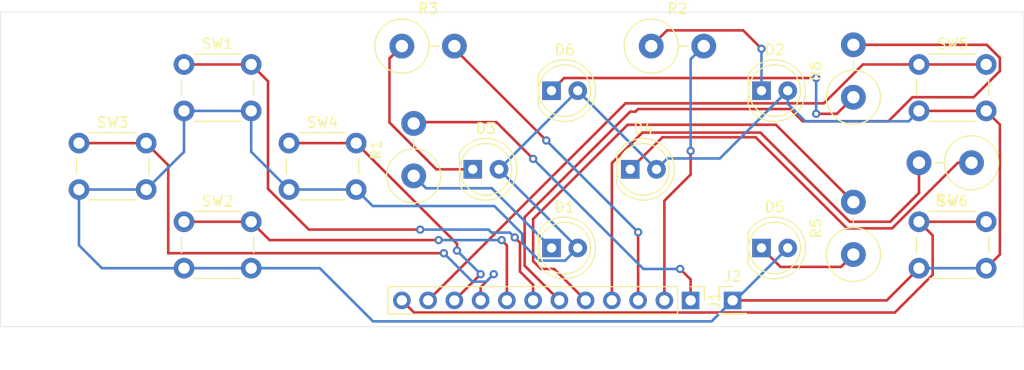
<source format=kicad_pcb>
(kicad_pcb (version 20171130) (host pcbnew "(5.1.6)-1")

  (general
    (thickness 1.6)
    (drawings 4)
    (tracks 190)
    (zones 0)
    (modules 20)
    (nets 20)
  )

  (page A4)
  (layers
    (0 F.Cu signal)
    (31 B.Cu signal)
    (32 B.Adhes user)
    (33 F.Adhes user)
    (34 B.Paste user)
    (35 F.Paste user)
    (36 B.SilkS user)
    (37 F.SilkS user)
    (38 B.Mask user)
    (39 F.Mask user)
    (40 Dwgs.User user)
    (41 Cmts.User user)
    (42 Eco1.User user)
    (43 Eco2.User user)
    (44 Edge.Cuts user)
    (45 Margin user)
    (46 B.CrtYd user)
    (47 F.CrtYd user)
    (48 B.Fab user)
    (49 F.Fab user)
  )

  (setup
    (last_trace_width 0.25)
    (trace_clearance 0.2)
    (zone_clearance 0.508)
    (zone_45_only no)
    (trace_min 0.2)
    (via_size 0.8)
    (via_drill 0.4)
    (via_min_size 0.4)
    (via_min_drill 0.3)
    (uvia_size 0.3)
    (uvia_drill 0.1)
    (uvias_allowed no)
    (uvia_min_size 0.2)
    (uvia_min_drill 0.1)
    (edge_width 0.05)
    (segment_width 0.2)
    (pcb_text_width 0.3)
    (pcb_text_size 1.5 1.5)
    (mod_edge_width 0.12)
    (mod_text_size 1 1)
    (mod_text_width 0.15)
    (pad_size 1.524 1.524)
    (pad_drill 0.762)
    (pad_to_mask_clearance 0.05)
    (aux_axis_origin 0 0)
    (visible_elements FFFFFF7F)
    (pcbplotparams
      (layerselection 0x010fc_ffffffff)
      (usegerberextensions false)
      (usegerberattributes true)
      (usegerberadvancedattributes true)
      (creategerberjobfile true)
      (excludeedgelayer true)
      (linewidth 0.100000)
      (plotframeref false)
      (viasonmask false)
      (mode 1)
      (useauxorigin false)
      (hpglpennumber 1)
      (hpglpenspeed 20)
      (hpglpendiameter 15.000000)
      (psnegative false)
      (psa4output false)
      (plotreference true)
      (plotvalue true)
      (plotinvisibletext false)
      (padsonsilk false)
      (subtractmaskfromsilk false)
      (outputformat 1)
      (mirror false)
      (drillshape 1)
      (scaleselection 1)
      (outputdirectory ""))
  )

  (net 0 "")
  (net 1 GND)
  (net 2 "Net-(D1-Pad1)")
  (net 3 "Net-(D2-Pad1)")
  (net 4 "Net-(D3-Pad1)")
  (net 5 "Net-(D4-Pad1)")
  (net 6 "Net-(D5-Pad1)")
  (net 7 "Net-(D6-Pad1)")
  (net 8 LED1)
  (net 9 LED2)
  (net 10 LED3)
  (net 11 LED4)
  (net 12 LED5)
  (net 13 LED6)
  (net 14 Up)
  (net 15 Down)
  (net 16 Left)
  (net 17 Right)
  (net 18 Froward)
  (net 19 Backwards)

  (net_class Default "This is the default net class."
    (clearance 0.2)
    (trace_width 0.25)
    (via_dia 0.8)
    (via_drill 0.4)
    (uvia_dia 0.3)
    (uvia_drill 0.1)
    (add_net Backwards)
    (add_net Down)
    (add_net Froward)
    (add_net GND)
    (add_net LED1)
    (add_net LED2)
    (add_net LED3)
    (add_net LED4)
    (add_net LED5)
    (add_net LED6)
    (add_net Left)
    (add_net "Net-(D1-Pad1)")
    (add_net "Net-(D2-Pad1)")
    (add_net "Net-(D3-Pad1)")
    (add_net "Net-(D4-Pad1)")
    (add_net "Net-(D5-Pad1)")
    (add_net "Net-(D6-Pad1)")
    (add_net Right)
    (add_net Up)
  )

  (module LED_THT:LED_D5.0mm (layer F.Cu) (tedit 5995936A) (tstamp 5F57D300)
    (at 88.9 48.26)
    (descr "LED, diameter 5.0mm, 2 pins, http://cdn-reichelt.de/documents/datenblatt/A500/LL-504BC2E-009.pdf")
    (tags "LED diameter 5.0mm 2 pins")
    (path /5F57E864)
    (fp_text reference D1 (at 1.27 -3.96) (layer F.SilkS)
      (effects (font (size 1 1) (thickness 0.15)))
    )
    (fp_text value LED (at 1.27 3.96) (layer F.Fab)
      (effects (font (size 1 1) (thickness 0.15)))
    )
    (fp_line (start 4.5 -3.25) (end -1.95 -3.25) (layer F.CrtYd) (width 0.05))
    (fp_line (start 4.5 3.25) (end 4.5 -3.25) (layer F.CrtYd) (width 0.05))
    (fp_line (start -1.95 3.25) (end 4.5 3.25) (layer F.CrtYd) (width 0.05))
    (fp_line (start -1.95 -3.25) (end -1.95 3.25) (layer F.CrtYd) (width 0.05))
    (fp_line (start -1.29 -1.545) (end -1.29 1.545) (layer F.SilkS) (width 0.12))
    (fp_line (start -1.23 -1.469694) (end -1.23 1.469694) (layer F.Fab) (width 0.1))
    (fp_circle (center 1.27 0) (end 3.77 0) (layer F.SilkS) (width 0.12))
    (fp_circle (center 1.27 0) (end 3.77 0) (layer F.Fab) (width 0.1))
    (fp_arc (start 1.27 0) (end -1.23 -1.469694) (angle 299.1) (layer F.Fab) (width 0.1))
    (fp_arc (start 1.27 0) (end -1.29 -1.54483) (angle 148.9) (layer F.SilkS) (width 0.12))
    (fp_arc (start 1.27 0) (end -1.29 1.54483) (angle -148.9) (layer F.SilkS) (width 0.12))
    (fp_text user %R (at 1.25 0) (layer F.Fab)
      (effects (font (size 0.8 0.8) (thickness 0.2)))
    )
    (pad 1 thru_hole rect (at 0 0) (size 1.8 1.8) (drill 0.9) (layers *.Cu *.Mask)
      (net 2 "Net-(D1-Pad1)"))
    (pad 2 thru_hole circle (at 2.54 0) (size 1.8 1.8) (drill 0.9) (layers *.Cu *.Mask)
      (net 1 GND))
    (model ${KISYS3DMOD}/LED_THT.3dshapes/LED_D5.0mm.wrl
      (at (xyz 0 0 0))
      (scale (xyz 1 1 1))
      (rotate (xyz 0 0 0))
    )
  )

  (module LED_THT:LED_D5.0mm (layer F.Cu) (tedit 5995936A) (tstamp 5F57D312)
    (at 109.22 33.02)
    (descr "LED, diameter 5.0mm, 2 pins, http://cdn-reichelt.de/documents/datenblatt/A500/LL-504BC2E-009.pdf")
    (tags "LED diameter 5.0mm 2 pins")
    (path /5F580540)
    (fp_text reference D2 (at 1.27 -3.96) (layer F.SilkS)
      (effects (font (size 1 1) (thickness 0.15)))
    )
    (fp_text value LED (at 1.27 3.96) (layer F.Fab)
      (effects (font (size 1 1) (thickness 0.15)))
    )
    (fp_text user %R (at 1.25 0) (layer F.Fab)
      (effects (font (size 0.8 0.8) (thickness 0.2)))
    )
    (fp_arc (start 1.27 0) (end -1.29 1.54483) (angle -148.9) (layer F.SilkS) (width 0.12))
    (fp_arc (start 1.27 0) (end -1.29 -1.54483) (angle 148.9) (layer F.SilkS) (width 0.12))
    (fp_arc (start 1.27 0) (end -1.23 -1.469694) (angle 299.1) (layer F.Fab) (width 0.1))
    (fp_circle (center 1.27 0) (end 3.77 0) (layer F.Fab) (width 0.1))
    (fp_circle (center 1.27 0) (end 3.77 0) (layer F.SilkS) (width 0.12))
    (fp_line (start -1.23 -1.469694) (end -1.23 1.469694) (layer F.Fab) (width 0.1))
    (fp_line (start -1.29 -1.545) (end -1.29 1.545) (layer F.SilkS) (width 0.12))
    (fp_line (start -1.95 -3.25) (end -1.95 3.25) (layer F.CrtYd) (width 0.05))
    (fp_line (start -1.95 3.25) (end 4.5 3.25) (layer F.CrtYd) (width 0.05))
    (fp_line (start 4.5 3.25) (end 4.5 -3.25) (layer F.CrtYd) (width 0.05))
    (fp_line (start 4.5 -3.25) (end -1.95 -3.25) (layer F.CrtYd) (width 0.05))
    (pad 2 thru_hole circle (at 2.54 0) (size 1.8 1.8) (drill 0.9) (layers *.Cu *.Mask)
      (net 1 GND))
    (pad 1 thru_hole rect (at 0 0) (size 1.8 1.8) (drill 0.9) (layers *.Cu *.Mask)
      (net 3 "Net-(D2-Pad1)"))
    (model ${KISYS3DMOD}/LED_THT.3dshapes/LED_D5.0mm.wrl
      (at (xyz 0 0 0))
      (scale (xyz 1 1 1))
      (rotate (xyz 0 0 0))
    )
  )

  (module LED_THT:LED_D5.0mm (layer F.Cu) (tedit 5995936A) (tstamp 5F57D324)
    (at 81.28 40.64)
    (descr "LED, diameter 5.0mm, 2 pins, http://cdn-reichelt.de/documents/datenblatt/A500/LL-504BC2E-009.pdf")
    (tags "LED diameter 5.0mm 2 pins")
    (path /5F58080D)
    (fp_text reference D3 (at 1.27 -3.96) (layer F.SilkS)
      (effects (font (size 1 1) (thickness 0.15)))
    )
    (fp_text value LED (at 1.27 3.96) (layer F.Fab)
      (effects (font (size 1 1) (thickness 0.15)))
    )
    (fp_line (start 4.5 -3.25) (end -1.95 -3.25) (layer F.CrtYd) (width 0.05))
    (fp_line (start 4.5 3.25) (end 4.5 -3.25) (layer F.CrtYd) (width 0.05))
    (fp_line (start -1.95 3.25) (end 4.5 3.25) (layer F.CrtYd) (width 0.05))
    (fp_line (start -1.95 -3.25) (end -1.95 3.25) (layer F.CrtYd) (width 0.05))
    (fp_line (start -1.29 -1.545) (end -1.29 1.545) (layer F.SilkS) (width 0.12))
    (fp_line (start -1.23 -1.469694) (end -1.23 1.469694) (layer F.Fab) (width 0.1))
    (fp_circle (center 1.27 0) (end 3.77 0) (layer F.SilkS) (width 0.12))
    (fp_circle (center 1.27 0) (end 3.77 0) (layer F.Fab) (width 0.1))
    (fp_arc (start 1.27 0) (end -1.23 -1.469694) (angle 299.1) (layer F.Fab) (width 0.1))
    (fp_arc (start 1.27 0) (end -1.29 -1.54483) (angle 148.9) (layer F.SilkS) (width 0.12))
    (fp_arc (start 1.27 0) (end -1.29 1.54483) (angle -148.9) (layer F.SilkS) (width 0.12))
    (fp_text user %R (at 1.25 0) (layer F.Fab)
      (effects (font (size 0.8 0.8) (thickness 0.2)))
    )
    (pad 1 thru_hole rect (at 0 0) (size 1.8 1.8) (drill 0.9) (layers *.Cu *.Mask)
      (net 4 "Net-(D3-Pad1)"))
    (pad 2 thru_hole circle (at 2.54 0) (size 1.8 1.8) (drill 0.9) (layers *.Cu *.Mask)
      (net 1 GND))
    (model ${KISYS3DMOD}/LED_THT.3dshapes/LED_D5.0mm.wrl
      (at (xyz 0 0 0))
      (scale (xyz 1 1 1))
      (rotate (xyz 0 0 0))
    )
  )

  (module LED_THT:LED_D5.0mm (layer F.Cu) (tedit 5995936A) (tstamp 5F57D336)
    (at 96.52 40.64)
    (descr "LED, diameter 5.0mm, 2 pins, http://cdn-reichelt.de/documents/datenblatt/A500/LL-504BC2E-009.pdf")
    (tags "LED diameter 5.0mm 2 pins")
    (path /5F580A5A)
    (fp_text reference D4 (at 1.27 -3.96) (layer F.SilkS)
      (effects (font (size 1 1) (thickness 0.15)))
    )
    (fp_text value LED (at 1.27 3.96) (layer F.Fab)
      (effects (font (size 1 1) (thickness 0.15)))
    )
    (fp_text user %R (at 1.25 0) (layer F.Fab)
      (effects (font (size 0.8 0.8) (thickness 0.2)))
    )
    (fp_arc (start 1.27 0) (end -1.29 1.54483) (angle -148.9) (layer F.SilkS) (width 0.12))
    (fp_arc (start 1.27 0) (end -1.29 -1.54483) (angle 148.9) (layer F.SilkS) (width 0.12))
    (fp_arc (start 1.27 0) (end -1.23 -1.469694) (angle 299.1) (layer F.Fab) (width 0.1))
    (fp_circle (center 1.27 0) (end 3.77 0) (layer F.Fab) (width 0.1))
    (fp_circle (center 1.27 0) (end 3.77 0) (layer F.SilkS) (width 0.12))
    (fp_line (start -1.23 -1.469694) (end -1.23 1.469694) (layer F.Fab) (width 0.1))
    (fp_line (start -1.29 -1.545) (end -1.29 1.545) (layer F.SilkS) (width 0.12))
    (fp_line (start -1.95 -3.25) (end -1.95 3.25) (layer F.CrtYd) (width 0.05))
    (fp_line (start -1.95 3.25) (end 4.5 3.25) (layer F.CrtYd) (width 0.05))
    (fp_line (start 4.5 3.25) (end 4.5 -3.25) (layer F.CrtYd) (width 0.05))
    (fp_line (start 4.5 -3.25) (end -1.95 -3.25) (layer F.CrtYd) (width 0.05))
    (pad 2 thru_hole circle (at 2.54 0) (size 1.8 1.8) (drill 0.9) (layers *.Cu *.Mask)
      (net 1 GND))
    (pad 1 thru_hole rect (at 0 0) (size 1.8 1.8) (drill 0.9) (layers *.Cu *.Mask)
      (net 5 "Net-(D4-Pad1)"))
    (model ${KISYS3DMOD}/LED_THT.3dshapes/LED_D5.0mm.wrl
      (at (xyz 0 0 0))
      (scale (xyz 1 1 1))
      (rotate (xyz 0 0 0))
    )
  )

  (module LED_THT:LED_D5.0mm (layer F.Cu) (tedit 5995936A) (tstamp 5F57D348)
    (at 109.22 48.26)
    (descr "LED, diameter 5.0mm, 2 pins, http://cdn-reichelt.de/documents/datenblatt/A500/LL-504BC2E-009.pdf")
    (tags "LED diameter 5.0mm 2 pins")
    (path /5F580C08)
    (fp_text reference D5 (at 1.27 -3.96) (layer F.SilkS)
      (effects (font (size 1 1) (thickness 0.15)))
    )
    (fp_text value LED (at 1.27 3.96) (layer F.Fab)
      (effects (font (size 1 1) (thickness 0.15)))
    )
    (fp_line (start 4.5 -3.25) (end -1.95 -3.25) (layer F.CrtYd) (width 0.05))
    (fp_line (start 4.5 3.25) (end 4.5 -3.25) (layer F.CrtYd) (width 0.05))
    (fp_line (start -1.95 3.25) (end 4.5 3.25) (layer F.CrtYd) (width 0.05))
    (fp_line (start -1.95 -3.25) (end -1.95 3.25) (layer F.CrtYd) (width 0.05))
    (fp_line (start -1.29 -1.545) (end -1.29 1.545) (layer F.SilkS) (width 0.12))
    (fp_line (start -1.23 -1.469694) (end -1.23 1.469694) (layer F.Fab) (width 0.1))
    (fp_circle (center 1.27 0) (end 3.77 0) (layer F.SilkS) (width 0.12))
    (fp_circle (center 1.27 0) (end 3.77 0) (layer F.Fab) (width 0.1))
    (fp_arc (start 1.27 0) (end -1.23 -1.469694) (angle 299.1) (layer F.Fab) (width 0.1))
    (fp_arc (start 1.27 0) (end -1.29 -1.54483) (angle 148.9) (layer F.SilkS) (width 0.12))
    (fp_arc (start 1.27 0) (end -1.29 1.54483) (angle -148.9) (layer F.SilkS) (width 0.12))
    (fp_text user %R (at 1.25 0) (layer F.Fab)
      (effects (font (size 0.8 0.8) (thickness 0.2)))
    )
    (pad 1 thru_hole rect (at 0 0) (size 1.8 1.8) (drill 0.9) (layers *.Cu *.Mask)
      (net 6 "Net-(D5-Pad1)"))
    (pad 2 thru_hole circle (at 2.54 0) (size 1.8 1.8) (drill 0.9) (layers *.Cu *.Mask)
      (net 1 GND))
    (model ${KISYS3DMOD}/LED_THT.3dshapes/LED_D5.0mm.wrl
      (at (xyz 0 0 0))
      (scale (xyz 1 1 1))
      (rotate (xyz 0 0 0))
    )
  )

  (module LED_THT:LED_D5.0mm (layer F.Cu) (tedit 5995936A) (tstamp 5F57D35A)
    (at 88.9 33.02)
    (descr "LED, diameter 5.0mm, 2 pins, http://cdn-reichelt.de/documents/datenblatt/A500/LL-504BC2E-009.pdf")
    (tags "LED diameter 5.0mm 2 pins")
    (path /5F580CAF)
    (fp_text reference D6 (at 1.27 -3.96) (layer F.SilkS)
      (effects (font (size 1 1) (thickness 0.15)))
    )
    (fp_text value LED (at 1.27 3.96) (layer F.Fab)
      (effects (font (size 1 1) (thickness 0.15)))
    )
    (fp_text user %R (at 1.25 0) (layer F.Fab)
      (effects (font (size 0.8 0.8) (thickness 0.2)))
    )
    (fp_arc (start 1.27 0) (end -1.29 1.54483) (angle -148.9) (layer F.SilkS) (width 0.12))
    (fp_arc (start 1.27 0) (end -1.29 -1.54483) (angle 148.9) (layer F.SilkS) (width 0.12))
    (fp_arc (start 1.27 0) (end -1.23 -1.469694) (angle 299.1) (layer F.Fab) (width 0.1))
    (fp_circle (center 1.27 0) (end 3.77 0) (layer F.Fab) (width 0.1))
    (fp_circle (center 1.27 0) (end 3.77 0) (layer F.SilkS) (width 0.12))
    (fp_line (start -1.23 -1.469694) (end -1.23 1.469694) (layer F.Fab) (width 0.1))
    (fp_line (start -1.29 -1.545) (end -1.29 1.545) (layer F.SilkS) (width 0.12))
    (fp_line (start -1.95 -3.25) (end -1.95 3.25) (layer F.CrtYd) (width 0.05))
    (fp_line (start -1.95 3.25) (end 4.5 3.25) (layer F.CrtYd) (width 0.05))
    (fp_line (start 4.5 3.25) (end 4.5 -3.25) (layer F.CrtYd) (width 0.05))
    (fp_line (start 4.5 -3.25) (end -1.95 -3.25) (layer F.CrtYd) (width 0.05))
    (pad 2 thru_hole circle (at 2.54 0) (size 1.8 1.8) (drill 0.9) (layers *.Cu *.Mask)
      (net 1 GND))
    (pad 1 thru_hole rect (at 0 0) (size 1.8 1.8) (drill 0.9) (layers *.Cu *.Mask)
      (net 7 "Net-(D6-Pad1)"))
    (model ${KISYS3DMOD}/LED_THT.3dshapes/LED_D5.0mm.wrl
      (at (xyz 0 0 0))
      (scale (xyz 1 1 1))
      (rotate (xyz 0 0 0))
    )
  )

  (module Connector_PinHeader_2.54mm:PinHeader_1x12_P2.54mm_Vertical (layer F.Cu) (tedit 59FED5CC) (tstamp 5F57D37A)
    (at 102.362 53.34 270)
    (descr "Through hole straight pin header, 1x12, 2.54mm pitch, single row")
    (tags "Through hole pin header THT 1x12 2.54mm single row")
    (path /5F5CE0E8)
    (fp_text reference J1 (at 0 -2.33 90) (layer F.SilkS)
      (effects (font (size 1 1) (thickness 0.15)))
    )
    (fp_text value Conn_01x12_Male (at 0 30.27 90) (layer F.Fab)
      (effects (font (size 1 1) (thickness 0.15)))
    )
    (fp_line (start 1.8 -1.8) (end -1.8 -1.8) (layer F.CrtYd) (width 0.05))
    (fp_line (start 1.8 29.75) (end 1.8 -1.8) (layer F.CrtYd) (width 0.05))
    (fp_line (start -1.8 29.75) (end 1.8 29.75) (layer F.CrtYd) (width 0.05))
    (fp_line (start -1.8 -1.8) (end -1.8 29.75) (layer F.CrtYd) (width 0.05))
    (fp_line (start -1.33 -1.33) (end 0 -1.33) (layer F.SilkS) (width 0.12))
    (fp_line (start -1.33 0) (end -1.33 -1.33) (layer F.SilkS) (width 0.12))
    (fp_line (start -1.33 1.27) (end 1.33 1.27) (layer F.SilkS) (width 0.12))
    (fp_line (start 1.33 1.27) (end 1.33 29.27) (layer F.SilkS) (width 0.12))
    (fp_line (start -1.33 1.27) (end -1.33 29.27) (layer F.SilkS) (width 0.12))
    (fp_line (start -1.33 29.27) (end 1.33 29.27) (layer F.SilkS) (width 0.12))
    (fp_line (start -1.27 -0.635) (end -0.635 -1.27) (layer F.Fab) (width 0.1))
    (fp_line (start -1.27 29.21) (end -1.27 -0.635) (layer F.Fab) (width 0.1))
    (fp_line (start 1.27 29.21) (end -1.27 29.21) (layer F.Fab) (width 0.1))
    (fp_line (start 1.27 -1.27) (end 1.27 29.21) (layer F.Fab) (width 0.1))
    (fp_line (start -0.635 -1.27) (end 1.27 -1.27) (layer F.Fab) (width 0.1))
    (fp_text user %R (at 0 13.97) (layer F.Fab)
      (effects (font (size 1 1) (thickness 0.15)))
    )
    (pad 1 thru_hole rect (at 0 0 270) (size 1.7 1.7) (drill 1) (layers *.Cu *.Mask)
      (net 8 LED1))
    (pad 2 thru_hole oval (at 0 2.54 270) (size 1.7 1.7) (drill 1) (layers *.Cu *.Mask)
      (net 9 LED2))
    (pad 3 thru_hole oval (at 0 5.08 270) (size 1.7 1.7) (drill 1) (layers *.Cu *.Mask)
      (net 10 LED3))
    (pad 4 thru_hole oval (at 0 7.62 270) (size 1.7 1.7) (drill 1) (layers *.Cu *.Mask)
      (net 11 LED4))
    (pad 5 thru_hole oval (at 0 10.16 270) (size 1.7 1.7) (drill 1) (layers *.Cu *.Mask)
      (net 12 LED5))
    (pad 6 thru_hole oval (at 0 12.7 270) (size 1.7 1.7) (drill 1) (layers *.Cu *.Mask)
      (net 13 LED6))
    (pad 7 thru_hole oval (at 0 15.24 270) (size 1.7 1.7) (drill 1) (layers *.Cu *.Mask)
      (net 14 Up))
    (pad 8 thru_hole oval (at 0 17.78 270) (size 1.7 1.7) (drill 1) (layers *.Cu *.Mask)
      (net 15 Down))
    (pad 9 thru_hole oval (at 0 20.32 270) (size 1.7 1.7) (drill 1) (layers *.Cu *.Mask)
      (net 16 Left))
    (pad 10 thru_hole oval (at 0 22.86 270) (size 1.7 1.7) (drill 1) (layers *.Cu *.Mask)
      (net 17 Right))
    (pad 11 thru_hole oval (at 0 25.4 270) (size 1.7 1.7) (drill 1) (layers *.Cu *.Mask)
      (net 18 Froward))
    (pad 12 thru_hole oval (at 0 27.94 270) (size 1.7 1.7) (drill 1) (layers *.Cu *.Mask)
      (net 19 Backwards))
    (model ${KISYS3DMOD}/Connector_PinHeader_2.54mm.3dshapes/PinHeader_1x12_P2.54mm_Vertical.wrl
      (at (xyz 0 0 0))
      (scale (xyz 1 1 1))
      (rotate (xyz 0 0 0))
    )
  )

  (module Resistor_THT:R_Axial_DIN0516_L15.5mm_D5.0mm_P5.08mm_Vertical (layer F.Cu) (tedit 5AE5139B) (tstamp 5F57D389)
    (at 75.565 41.275 90)
    (descr "Resistor, Axial_DIN0516 series, Axial, Vertical, pin pitch=5.08mm, 2W, length*diameter=15.5*5mm^2, http://cdn-reichelt.de/documents/datenblatt/B400/1_4W%23YAG.pdf")
    (tags "Resistor Axial_DIN0516 series Axial Vertical pin pitch 5.08mm 2W length 15.5mm diameter 5mm")
    (path /5F58DBCD)
    (fp_text reference R1 (at 2.54 -3.62 90) (layer F.SilkS)
      (effects (font (size 1 1) (thickness 0.15)))
    )
    (fp_text value R (at 2.54 3.62 90) (layer F.Fab)
      (effects (font (size 1 1) (thickness 0.15)))
    )
    (fp_text user %R (at 2.54 -3.62 90) (layer F.Fab)
      (effects (font (size 1 1) (thickness 0.15)))
    )
    (fp_circle (center 0 0) (end 2.5 0) (layer F.Fab) (width 0.1))
    (fp_circle (center 0 0) (end 2.62 0) (layer F.SilkS) (width 0.12))
    (fp_line (start 0 0) (end 5.08 0) (layer F.Fab) (width 0.1))
    (fp_line (start 2.62 0) (end 3.58 0) (layer F.SilkS) (width 0.12))
    (fp_line (start -2.75 -2.75) (end -2.75 2.75) (layer F.CrtYd) (width 0.05))
    (fp_line (start -2.75 2.75) (end 6.53 2.75) (layer F.CrtYd) (width 0.05))
    (fp_line (start 6.53 2.75) (end 6.53 -2.75) (layer F.CrtYd) (width 0.05))
    (fp_line (start 6.53 -2.75) (end -2.75 -2.75) (layer F.CrtYd) (width 0.05))
    (pad 2 thru_hole oval (at 5.08 0 90) (size 2.4 2.4) (drill 1.2) (layers *.Cu *.Mask)
      (net 8 LED1))
    (pad 1 thru_hole circle (at 0 0 90) (size 2.4 2.4) (drill 1.2) (layers *.Cu *.Mask)
      (net 2 "Net-(D1-Pad1)"))
    (model ${KISYS3DMOD}/Resistor_THT.3dshapes/R_Axial_DIN0516_L15.5mm_D5.0mm_P5.08mm_Vertical.wrl
      (at (xyz 0 0 0))
      (scale (xyz 1 1 1))
      (rotate (xyz 0 0 0))
    )
  )

  (module Resistor_THT:R_Axial_DIN0516_L15.5mm_D5.0mm_P5.08mm_Vertical (layer F.Cu) (tedit 5AE5139B) (tstamp 5F57D398)
    (at 98.552 28.702)
    (descr "Resistor, Axial_DIN0516 series, Axial, Vertical, pin pitch=5.08mm, 2W, length*diameter=15.5*5mm^2, http://cdn-reichelt.de/documents/datenblatt/B400/1_4W%23YAG.pdf")
    (tags "Resistor Axial_DIN0516 series Axial Vertical pin pitch 5.08mm 2W length 15.5mm diameter 5mm")
    (path /5F591C7D)
    (fp_text reference R2 (at 2.54 -3.62) (layer F.SilkS)
      (effects (font (size 1 1) (thickness 0.15)))
    )
    (fp_text value R (at 2.54 3.62) (layer F.Fab)
      (effects (font (size 1 1) (thickness 0.15)))
    )
    (fp_line (start 6.53 -2.75) (end -2.75 -2.75) (layer F.CrtYd) (width 0.05))
    (fp_line (start 6.53 2.75) (end 6.53 -2.75) (layer F.CrtYd) (width 0.05))
    (fp_line (start -2.75 2.75) (end 6.53 2.75) (layer F.CrtYd) (width 0.05))
    (fp_line (start -2.75 -2.75) (end -2.75 2.75) (layer F.CrtYd) (width 0.05))
    (fp_line (start 2.62 0) (end 3.58 0) (layer F.SilkS) (width 0.12))
    (fp_line (start 0 0) (end 5.08 0) (layer F.Fab) (width 0.1))
    (fp_circle (center 0 0) (end 2.62 0) (layer F.SilkS) (width 0.12))
    (fp_circle (center 0 0) (end 2.5 0) (layer F.Fab) (width 0.1))
    (fp_text user %R (at 2.54 -3.62) (layer F.Fab)
      (effects (font (size 1 1) (thickness 0.15)))
    )
    (pad 1 thru_hole circle (at 0 0) (size 2.4 2.4) (drill 1.2) (layers *.Cu *.Mask)
      (net 3 "Net-(D2-Pad1)"))
    (pad 2 thru_hole oval (at 5.08 0) (size 2.4 2.4) (drill 1.2) (layers *.Cu *.Mask)
      (net 9 LED2))
    (model ${KISYS3DMOD}/Resistor_THT.3dshapes/R_Axial_DIN0516_L15.5mm_D5.0mm_P5.08mm_Vertical.wrl
      (at (xyz 0 0 0))
      (scale (xyz 1 1 1))
      (rotate (xyz 0 0 0))
    )
  )

  (module Resistor_THT:R_Axial_DIN0516_L15.5mm_D5.0mm_P5.08mm_Vertical (layer F.Cu) (tedit 5AE5139B) (tstamp 5F57D3A7)
    (at 74.422 28.702)
    (descr "Resistor, Axial_DIN0516 series, Axial, Vertical, pin pitch=5.08mm, 2W, length*diameter=15.5*5mm^2, http://cdn-reichelt.de/documents/datenblatt/B400/1_4W%23YAG.pdf")
    (tags "Resistor Axial_DIN0516 series Axial Vertical pin pitch 5.08mm 2W length 15.5mm diameter 5mm")
    (path /5F5922D6)
    (fp_text reference R3 (at 2.54 -3.62) (layer F.SilkS)
      (effects (font (size 1 1) (thickness 0.15)))
    )
    (fp_text value R (at 2.54 3.62) (layer F.Fab)
      (effects (font (size 1 1) (thickness 0.15)))
    )
    (fp_text user %R (at 2.54 -3.62) (layer F.Fab)
      (effects (font (size 1 1) (thickness 0.15)))
    )
    (fp_circle (center 0 0) (end 2.5 0) (layer F.Fab) (width 0.1))
    (fp_circle (center 0 0) (end 2.62 0) (layer F.SilkS) (width 0.12))
    (fp_line (start 0 0) (end 5.08 0) (layer F.Fab) (width 0.1))
    (fp_line (start 2.62 0) (end 3.58 0) (layer F.SilkS) (width 0.12))
    (fp_line (start -2.75 -2.75) (end -2.75 2.75) (layer F.CrtYd) (width 0.05))
    (fp_line (start -2.75 2.75) (end 6.53 2.75) (layer F.CrtYd) (width 0.05))
    (fp_line (start 6.53 2.75) (end 6.53 -2.75) (layer F.CrtYd) (width 0.05))
    (fp_line (start 6.53 -2.75) (end -2.75 -2.75) (layer F.CrtYd) (width 0.05))
    (pad 2 thru_hole oval (at 5.08 0) (size 2.4 2.4) (drill 1.2) (layers *.Cu *.Mask)
      (net 10 LED3))
    (pad 1 thru_hole circle (at 0 0) (size 2.4 2.4) (drill 1.2) (layers *.Cu *.Mask)
      (net 4 "Net-(D3-Pad1)"))
    (model ${KISYS3DMOD}/Resistor_THT.3dshapes/R_Axial_DIN0516_L15.5mm_D5.0mm_P5.08mm_Vertical.wrl
      (at (xyz 0 0 0))
      (scale (xyz 1 1 1))
      (rotate (xyz 0 0 0))
    )
  )

  (module Resistor_THT:R_Axial_DIN0516_L15.5mm_D5.0mm_P5.08mm_Vertical (layer F.Cu) (tedit 5AE5139B) (tstamp 5F57D3B6)
    (at 129.54 40.005 180)
    (descr "Resistor, Axial_DIN0516 series, Axial, Vertical, pin pitch=5.08mm, 2W, length*diameter=15.5*5mm^2, http://cdn-reichelt.de/documents/datenblatt/B400/1_4W%23YAG.pdf")
    (tags "Resistor Axial_DIN0516 series Axial Vertical pin pitch 5.08mm 2W length 15.5mm diameter 5mm")
    (path /5F592A39)
    (fp_text reference R4 (at 2.54 -3.62) (layer F.SilkS)
      (effects (font (size 1 1) (thickness 0.15)))
    )
    (fp_text value R (at 2.54 3.62) (layer F.Fab)
      (effects (font (size 1 1) (thickness 0.15)))
    )
    (fp_line (start 6.53 -2.75) (end -2.75 -2.75) (layer F.CrtYd) (width 0.05))
    (fp_line (start 6.53 2.75) (end 6.53 -2.75) (layer F.CrtYd) (width 0.05))
    (fp_line (start -2.75 2.75) (end 6.53 2.75) (layer F.CrtYd) (width 0.05))
    (fp_line (start -2.75 -2.75) (end -2.75 2.75) (layer F.CrtYd) (width 0.05))
    (fp_line (start 2.62 0) (end 3.58 0) (layer F.SilkS) (width 0.12))
    (fp_line (start 0 0) (end 5.08 0) (layer F.Fab) (width 0.1))
    (fp_circle (center 0 0) (end 2.62 0) (layer F.SilkS) (width 0.12))
    (fp_circle (center 0 0) (end 2.5 0) (layer F.Fab) (width 0.1))
    (fp_text user %R (at 2.54 -3.62) (layer F.Fab)
      (effects (font (size 1 1) (thickness 0.15)))
    )
    (pad 1 thru_hole circle (at 0 0 180) (size 2.4 2.4) (drill 1.2) (layers *.Cu *.Mask)
      (net 5 "Net-(D4-Pad1)"))
    (pad 2 thru_hole oval (at 5.08 0 180) (size 2.4 2.4) (drill 1.2) (layers *.Cu *.Mask)
      (net 11 LED4))
    (model ${KISYS3DMOD}/Resistor_THT.3dshapes/R_Axial_DIN0516_L15.5mm_D5.0mm_P5.08mm_Vertical.wrl
      (at (xyz 0 0 0))
      (scale (xyz 1 1 1))
      (rotate (xyz 0 0 0))
    )
  )

  (module Resistor_THT:R_Axial_DIN0516_L15.5mm_D5.0mm_P5.08mm_Vertical (layer F.Cu) (tedit 5AE5139B) (tstamp 5F57D3C5)
    (at 118.11 48.895 90)
    (descr "Resistor, Axial_DIN0516 series, Axial, Vertical, pin pitch=5.08mm, 2W, length*diameter=15.5*5mm^2, http://cdn-reichelt.de/documents/datenblatt/B400/1_4W%23YAG.pdf")
    (tags "Resistor Axial_DIN0516 series Axial Vertical pin pitch 5.08mm 2W length 15.5mm diameter 5mm")
    (path /5F592E9D)
    (fp_text reference R5 (at 2.54 -3.62 90) (layer F.SilkS)
      (effects (font (size 1 1) (thickness 0.15)))
    )
    (fp_text value R (at 2.54 3.62 90) (layer F.Fab)
      (effects (font (size 1 1) (thickness 0.15)))
    )
    (fp_text user %R (at 2.54 -3.62 90) (layer F.Fab)
      (effects (font (size 1 1) (thickness 0.15)))
    )
    (fp_circle (center 0 0) (end 2.5 0) (layer F.Fab) (width 0.1))
    (fp_circle (center 0 0) (end 2.62 0) (layer F.SilkS) (width 0.12))
    (fp_line (start 0 0) (end 5.08 0) (layer F.Fab) (width 0.1))
    (fp_line (start 2.62 0) (end 3.58 0) (layer F.SilkS) (width 0.12))
    (fp_line (start -2.75 -2.75) (end -2.75 2.75) (layer F.CrtYd) (width 0.05))
    (fp_line (start -2.75 2.75) (end 6.53 2.75) (layer F.CrtYd) (width 0.05))
    (fp_line (start 6.53 2.75) (end 6.53 -2.75) (layer F.CrtYd) (width 0.05))
    (fp_line (start 6.53 -2.75) (end -2.75 -2.75) (layer F.CrtYd) (width 0.05))
    (pad 2 thru_hole oval (at 5.08 0 90) (size 2.4 2.4) (drill 1.2) (layers *.Cu *.Mask)
      (net 12 LED5))
    (pad 1 thru_hole circle (at 0 0 90) (size 2.4 2.4) (drill 1.2) (layers *.Cu *.Mask)
      (net 6 "Net-(D5-Pad1)"))
    (model ${KISYS3DMOD}/Resistor_THT.3dshapes/R_Axial_DIN0516_L15.5mm_D5.0mm_P5.08mm_Vertical.wrl
      (at (xyz 0 0 0))
      (scale (xyz 1 1 1))
      (rotate (xyz 0 0 0))
    )
  )

  (module Resistor_THT:R_Axial_DIN0516_L15.5mm_D5.0mm_P5.08mm_Vertical (layer F.Cu) (tedit 5AE5139B) (tstamp 5F57D3D4)
    (at 118.11 33.655 90)
    (descr "Resistor, Axial_DIN0516 series, Axial, Vertical, pin pitch=5.08mm, 2W, length*diameter=15.5*5mm^2, http://cdn-reichelt.de/documents/datenblatt/B400/1_4W%23YAG.pdf")
    (tags "Resistor Axial_DIN0516 series Axial Vertical pin pitch 5.08mm 2W length 15.5mm diameter 5mm")
    (path /5F593055)
    (fp_text reference R6 (at 2.54 -3.62 90) (layer F.SilkS)
      (effects (font (size 1 1) (thickness 0.15)))
    )
    (fp_text value R (at 2.54 3.62 90) (layer F.Fab)
      (effects (font (size 1 1) (thickness 0.15)))
    )
    (fp_line (start 6.53 -2.75) (end -2.75 -2.75) (layer F.CrtYd) (width 0.05))
    (fp_line (start 6.53 2.75) (end 6.53 -2.75) (layer F.CrtYd) (width 0.05))
    (fp_line (start -2.75 2.75) (end 6.53 2.75) (layer F.CrtYd) (width 0.05))
    (fp_line (start -2.75 -2.75) (end -2.75 2.75) (layer F.CrtYd) (width 0.05))
    (fp_line (start 2.62 0) (end 3.58 0) (layer F.SilkS) (width 0.12))
    (fp_line (start 0 0) (end 5.08 0) (layer F.Fab) (width 0.1))
    (fp_circle (center 0 0) (end 2.62 0) (layer F.SilkS) (width 0.12))
    (fp_circle (center 0 0) (end 2.5 0) (layer F.Fab) (width 0.1))
    (fp_text user %R (at 2.54 -3.62 90) (layer F.Fab)
      (effects (font (size 1 1) (thickness 0.15)))
    )
    (pad 1 thru_hole circle (at 0 0 90) (size 2.4 2.4) (drill 1.2) (layers *.Cu *.Mask)
      (net 7 "Net-(D6-Pad1)"))
    (pad 2 thru_hole oval (at 5.08 0 90) (size 2.4 2.4) (drill 1.2) (layers *.Cu *.Mask)
      (net 13 LED6))
    (model ${KISYS3DMOD}/Resistor_THT.3dshapes/R_Axial_DIN0516_L15.5mm_D5.0mm_P5.08mm_Vertical.wrl
      (at (xyz 0 0 0))
      (scale (xyz 1 1 1))
      (rotate (xyz 0 0 0))
    )
  )

  (module Button_Switch_THT:SW_PUSH_6mm_H5mm (layer F.Cu) (tedit 5A02FE31) (tstamp 5F57D3F3)
    (at 53.34 30.48)
    (descr "tactile push button, 6x6mm e.g. PHAP33xx series, height=5mm")
    (tags "tact sw push 6mm")
    (path /5F574C3A)
    (fp_text reference SW1 (at 3.25 -2) (layer F.SilkS)
      (effects (font (size 1 1) (thickness 0.15)))
    )
    (fp_text value Up (at 3.75 6.7) (layer F.Fab)
      (effects (font (size 1 1) (thickness 0.15)))
    )
    (fp_text user %R (at 3.25 2.25) (layer F.Fab)
      (effects (font (size 1 1) (thickness 0.15)))
    )
    (fp_line (start 3.25 -0.75) (end 6.25 -0.75) (layer F.Fab) (width 0.1))
    (fp_line (start 6.25 -0.75) (end 6.25 5.25) (layer F.Fab) (width 0.1))
    (fp_line (start 6.25 5.25) (end 0.25 5.25) (layer F.Fab) (width 0.1))
    (fp_line (start 0.25 5.25) (end 0.25 -0.75) (layer F.Fab) (width 0.1))
    (fp_line (start 0.25 -0.75) (end 3.25 -0.75) (layer F.Fab) (width 0.1))
    (fp_line (start 7.75 6) (end 8 6) (layer F.CrtYd) (width 0.05))
    (fp_line (start 8 6) (end 8 5.75) (layer F.CrtYd) (width 0.05))
    (fp_line (start 7.75 -1.5) (end 8 -1.5) (layer F.CrtYd) (width 0.05))
    (fp_line (start 8 -1.5) (end 8 -1.25) (layer F.CrtYd) (width 0.05))
    (fp_line (start -1.5 -1.25) (end -1.5 -1.5) (layer F.CrtYd) (width 0.05))
    (fp_line (start -1.5 -1.5) (end -1.25 -1.5) (layer F.CrtYd) (width 0.05))
    (fp_line (start -1.5 5.75) (end -1.5 6) (layer F.CrtYd) (width 0.05))
    (fp_line (start -1.5 6) (end -1.25 6) (layer F.CrtYd) (width 0.05))
    (fp_line (start -1.25 -1.5) (end 7.75 -1.5) (layer F.CrtYd) (width 0.05))
    (fp_line (start -1.5 5.75) (end -1.5 -1.25) (layer F.CrtYd) (width 0.05))
    (fp_line (start 7.75 6) (end -1.25 6) (layer F.CrtYd) (width 0.05))
    (fp_line (start 8 -1.25) (end 8 5.75) (layer F.CrtYd) (width 0.05))
    (fp_line (start 1 5.5) (end 5.5 5.5) (layer F.SilkS) (width 0.12))
    (fp_line (start -0.25 1.5) (end -0.25 3) (layer F.SilkS) (width 0.12))
    (fp_line (start 5.5 -1) (end 1 -1) (layer F.SilkS) (width 0.12))
    (fp_line (start 6.75 3) (end 6.75 1.5) (layer F.SilkS) (width 0.12))
    (fp_circle (center 3.25 2.25) (end 1.25 2.5) (layer F.Fab) (width 0.1))
    (pad 1 thru_hole circle (at 6.5 0 90) (size 2 2) (drill 1.1) (layers *.Cu *.Mask)
      (net 14 Up))
    (pad 2 thru_hole circle (at 6.5 4.5 90) (size 2 2) (drill 1.1) (layers *.Cu *.Mask)
      (net 1 GND))
    (pad 1 thru_hole circle (at 0 0 90) (size 2 2) (drill 1.1) (layers *.Cu *.Mask)
      (net 14 Up))
    (pad 2 thru_hole circle (at 0 4.5 90) (size 2 2) (drill 1.1) (layers *.Cu *.Mask)
      (net 1 GND))
    (model ${KISYS3DMOD}/Button_Switch_THT.3dshapes/SW_PUSH_6mm_H5mm.wrl
      (at (xyz 0 0 0))
      (scale (xyz 1 1 1))
      (rotate (xyz 0 0 0))
    )
  )

  (module Button_Switch_THT:SW_PUSH_6mm_H5mm (layer F.Cu) (tedit 5A02FE31) (tstamp 5F57D412)
    (at 53.34 45.72)
    (descr "tactile push button, 6x6mm e.g. PHAP33xx series, height=5mm")
    (tags "tact sw push 6mm")
    (path /5F57C985)
    (fp_text reference SW2 (at 3.25 -2) (layer F.SilkS)
      (effects (font (size 1 1) (thickness 0.15)))
    )
    (fp_text value Down (at 3.75 6.7) (layer F.Fab)
      (effects (font (size 1 1) (thickness 0.15)))
    )
    (fp_circle (center 3.25 2.25) (end 1.25 2.5) (layer F.Fab) (width 0.1))
    (fp_line (start 6.75 3) (end 6.75 1.5) (layer F.SilkS) (width 0.12))
    (fp_line (start 5.5 -1) (end 1 -1) (layer F.SilkS) (width 0.12))
    (fp_line (start -0.25 1.5) (end -0.25 3) (layer F.SilkS) (width 0.12))
    (fp_line (start 1 5.5) (end 5.5 5.5) (layer F.SilkS) (width 0.12))
    (fp_line (start 8 -1.25) (end 8 5.75) (layer F.CrtYd) (width 0.05))
    (fp_line (start 7.75 6) (end -1.25 6) (layer F.CrtYd) (width 0.05))
    (fp_line (start -1.5 5.75) (end -1.5 -1.25) (layer F.CrtYd) (width 0.05))
    (fp_line (start -1.25 -1.5) (end 7.75 -1.5) (layer F.CrtYd) (width 0.05))
    (fp_line (start -1.5 6) (end -1.25 6) (layer F.CrtYd) (width 0.05))
    (fp_line (start -1.5 5.75) (end -1.5 6) (layer F.CrtYd) (width 0.05))
    (fp_line (start -1.5 -1.5) (end -1.25 -1.5) (layer F.CrtYd) (width 0.05))
    (fp_line (start -1.5 -1.25) (end -1.5 -1.5) (layer F.CrtYd) (width 0.05))
    (fp_line (start 8 -1.5) (end 8 -1.25) (layer F.CrtYd) (width 0.05))
    (fp_line (start 7.75 -1.5) (end 8 -1.5) (layer F.CrtYd) (width 0.05))
    (fp_line (start 8 6) (end 8 5.75) (layer F.CrtYd) (width 0.05))
    (fp_line (start 7.75 6) (end 8 6) (layer F.CrtYd) (width 0.05))
    (fp_line (start 0.25 -0.75) (end 3.25 -0.75) (layer F.Fab) (width 0.1))
    (fp_line (start 0.25 5.25) (end 0.25 -0.75) (layer F.Fab) (width 0.1))
    (fp_line (start 6.25 5.25) (end 0.25 5.25) (layer F.Fab) (width 0.1))
    (fp_line (start 6.25 -0.75) (end 6.25 5.25) (layer F.Fab) (width 0.1))
    (fp_line (start 3.25 -0.75) (end 6.25 -0.75) (layer F.Fab) (width 0.1))
    (fp_text user %R (at 3.25 2.25) (layer F.Fab)
      (effects (font (size 1 1) (thickness 0.15)))
    )
    (pad 2 thru_hole circle (at 0 4.5 90) (size 2 2) (drill 1.1) (layers *.Cu *.Mask)
      (net 1 GND))
    (pad 1 thru_hole circle (at 0 0 90) (size 2 2) (drill 1.1) (layers *.Cu *.Mask)
      (net 15 Down))
    (pad 2 thru_hole circle (at 6.5 4.5 90) (size 2 2) (drill 1.1) (layers *.Cu *.Mask)
      (net 1 GND))
    (pad 1 thru_hole circle (at 6.5 0 90) (size 2 2) (drill 1.1) (layers *.Cu *.Mask)
      (net 15 Down))
    (model ${KISYS3DMOD}/Button_Switch_THT.3dshapes/SW_PUSH_6mm_H5mm.wrl
      (at (xyz 0 0 0))
      (scale (xyz 1 1 1))
      (rotate (xyz 0 0 0))
    )
  )

  (module Button_Switch_THT:SW_PUSH_6mm_H5mm (layer F.Cu) (tedit 5A02FE31) (tstamp 5F57D431)
    (at 43.18 38.1)
    (descr "tactile push button, 6x6mm e.g. PHAP33xx series, height=5mm")
    (tags "tact sw push 6mm")
    (path /5F57D757)
    (fp_text reference SW3 (at 3.25 -2) (layer F.SilkS)
      (effects (font (size 1 1) (thickness 0.15)))
    )
    (fp_text value Left (at 3.75 6.7) (layer F.Fab)
      (effects (font (size 1 1) (thickness 0.15)))
    )
    (fp_text user %R (at 3.25 2.25) (layer F.Fab)
      (effects (font (size 1 1) (thickness 0.15)))
    )
    (fp_line (start 3.25 -0.75) (end 6.25 -0.75) (layer F.Fab) (width 0.1))
    (fp_line (start 6.25 -0.75) (end 6.25 5.25) (layer F.Fab) (width 0.1))
    (fp_line (start 6.25 5.25) (end 0.25 5.25) (layer F.Fab) (width 0.1))
    (fp_line (start 0.25 5.25) (end 0.25 -0.75) (layer F.Fab) (width 0.1))
    (fp_line (start 0.25 -0.75) (end 3.25 -0.75) (layer F.Fab) (width 0.1))
    (fp_line (start 7.75 6) (end 8 6) (layer F.CrtYd) (width 0.05))
    (fp_line (start 8 6) (end 8 5.75) (layer F.CrtYd) (width 0.05))
    (fp_line (start 7.75 -1.5) (end 8 -1.5) (layer F.CrtYd) (width 0.05))
    (fp_line (start 8 -1.5) (end 8 -1.25) (layer F.CrtYd) (width 0.05))
    (fp_line (start -1.5 -1.25) (end -1.5 -1.5) (layer F.CrtYd) (width 0.05))
    (fp_line (start -1.5 -1.5) (end -1.25 -1.5) (layer F.CrtYd) (width 0.05))
    (fp_line (start -1.5 5.75) (end -1.5 6) (layer F.CrtYd) (width 0.05))
    (fp_line (start -1.5 6) (end -1.25 6) (layer F.CrtYd) (width 0.05))
    (fp_line (start -1.25 -1.5) (end 7.75 -1.5) (layer F.CrtYd) (width 0.05))
    (fp_line (start -1.5 5.75) (end -1.5 -1.25) (layer F.CrtYd) (width 0.05))
    (fp_line (start 7.75 6) (end -1.25 6) (layer F.CrtYd) (width 0.05))
    (fp_line (start 8 -1.25) (end 8 5.75) (layer F.CrtYd) (width 0.05))
    (fp_line (start 1 5.5) (end 5.5 5.5) (layer F.SilkS) (width 0.12))
    (fp_line (start -0.25 1.5) (end -0.25 3) (layer F.SilkS) (width 0.12))
    (fp_line (start 5.5 -1) (end 1 -1) (layer F.SilkS) (width 0.12))
    (fp_line (start 6.75 3) (end 6.75 1.5) (layer F.SilkS) (width 0.12))
    (fp_circle (center 3.25 2.25) (end 1.25 2.5) (layer F.Fab) (width 0.1))
    (pad 1 thru_hole circle (at 6.5 0 90) (size 2 2) (drill 1.1) (layers *.Cu *.Mask)
      (net 16 Left))
    (pad 2 thru_hole circle (at 6.5 4.5 90) (size 2 2) (drill 1.1) (layers *.Cu *.Mask)
      (net 1 GND))
    (pad 1 thru_hole circle (at 0 0 90) (size 2 2) (drill 1.1) (layers *.Cu *.Mask)
      (net 16 Left))
    (pad 2 thru_hole circle (at 0 4.5 90) (size 2 2) (drill 1.1) (layers *.Cu *.Mask)
      (net 1 GND))
    (model ${KISYS3DMOD}/Button_Switch_THT.3dshapes/SW_PUSH_6mm_H5mm.wrl
      (at (xyz 0 0 0))
      (scale (xyz 1 1 1))
      (rotate (xyz 0 0 0))
    )
  )

  (module Button_Switch_THT:SW_PUSH_6mm_H5mm (layer F.Cu) (tedit 5A02FE31) (tstamp 5F57D450)
    (at 63.5 38.1)
    (descr "tactile push button, 6x6mm e.g. PHAP33xx series, height=5mm")
    (tags "tact sw push 6mm")
    (path /5F57DD8F)
    (fp_text reference SW4 (at 3.25 -2) (layer F.SilkS)
      (effects (font (size 1 1) (thickness 0.15)))
    )
    (fp_text value Right (at 3.75 6.7) (layer F.Fab)
      (effects (font (size 1 1) (thickness 0.15)))
    )
    (fp_circle (center 3.25 2.25) (end 1.25 2.5) (layer F.Fab) (width 0.1))
    (fp_line (start 6.75 3) (end 6.75 1.5) (layer F.SilkS) (width 0.12))
    (fp_line (start 5.5 -1) (end 1 -1) (layer F.SilkS) (width 0.12))
    (fp_line (start -0.25 1.5) (end -0.25 3) (layer F.SilkS) (width 0.12))
    (fp_line (start 1 5.5) (end 5.5 5.5) (layer F.SilkS) (width 0.12))
    (fp_line (start 8 -1.25) (end 8 5.75) (layer F.CrtYd) (width 0.05))
    (fp_line (start 7.75 6) (end -1.25 6) (layer F.CrtYd) (width 0.05))
    (fp_line (start -1.5 5.75) (end -1.5 -1.25) (layer F.CrtYd) (width 0.05))
    (fp_line (start -1.25 -1.5) (end 7.75 -1.5) (layer F.CrtYd) (width 0.05))
    (fp_line (start -1.5 6) (end -1.25 6) (layer F.CrtYd) (width 0.05))
    (fp_line (start -1.5 5.75) (end -1.5 6) (layer F.CrtYd) (width 0.05))
    (fp_line (start -1.5 -1.5) (end -1.25 -1.5) (layer F.CrtYd) (width 0.05))
    (fp_line (start -1.5 -1.25) (end -1.5 -1.5) (layer F.CrtYd) (width 0.05))
    (fp_line (start 8 -1.5) (end 8 -1.25) (layer F.CrtYd) (width 0.05))
    (fp_line (start 7.75 -1.5) (end 8 -1.5) (layer F.CrtYd) (width 0.05))
    (fp_line (start 8 6) (end 8 5.75) (layer F.CrtYd) (width 0.05))
    (fp_line (start 7.75 6) (end 8 6) (layer F.CrtYd) (width 0.05))
    (fp_line (start 0.25 -0.75) (end 3.25 -0.75) (layer F.Fab) (width 0.1))
    (fp_line (start 0.25 5.25) (end 0.25 -0.75) (layer F.Fab) (width 0.1))
    (fp_line (start 6.25 5.25) (end 0.25 5.25) (layer F.Fab) (width 0.1))
    (fp_line (start 6.25 -0.75) (end 6.25 5.25) (layer F.Fab) (width 0.1))
    (fp_line (start 3.25 -0.75) (end 6.25 -0.75) (layer F.Fab) (width 0.1))
    (fp_text user %R (at 3.25 2.25) (layer F.Fab)
      (effects (font (size 1 1) (thickness 0.15)))
    )
    (pad 2 thru_hole circle (at 0 4.5 90) (size 2 2) (drill 1.1) (layers *.Cu *.Mask)
      (net 1 GND))
    (pad 1 thru_hole circle (at 0 0 90) (size 2 2) (drill 1.1) (layers *.Cu *.Mask)
      (net 17 Right))
    (pad 2 thru_hole circle (at 6.5 4.5 90) (size 2 2) (drill 1.1) (layers *.Cu *.Mask)
      (net 1 GND))
    (pad 1 thru_hole circle (at 6.5 0 90) (size 2 2) (drill 1.1) (layers *.Cu *.Mask)
      (net 17 Right))
    (model ${KISYS3DMOD}/Button_Switch_THT.3dshapes/SW_PUSH_6mm_H5mm.wrl
      (at (xyz 0 0 0))
      (scale (xyz 1 1 1))
      (rotate (xyz 0 0 0))
    )
  )

  (module Button_Switch_THT:SW_PUSH_6mm_H5mm (layer F.Cu) (tedit 5A02FE31) (tstamp 5F57D46F)
    (at 124.46 30.48)
    (descr "tactile push button, 6x6mm e.g. PHAP33xx series, height=5mm")
    (tags "tact sw push 6mm")
    (path /5F57E273)
    (fp_text reference SW5 (at 3.25 -2) (layer F.SilkS)
      (effects (font (size 1 1) (thickness 0.15)))
    )
    (fp_text value Forward (at 3.75 6.7) (layer F.Fab)
      (effects (font (size 1 1) (thickness 0.15)))
    )
    (fp_text user %R (at 3.25 2.25) (layer F.Fab)
      (effects (font (size 1 1) (thickness 0.15)))
    )
    (fp_line (start 3.25 -0.75) (end 6.25 -0.75) (layer F.Fab) (width 0.1))
    (fp_line (start 6.25 -0.75) (end 6.25 5.25) (layer F.Fab) (width 0.1))
    (fp_line (start 6.25 5.25) (end 0.25 5.25) (layer F.Fab) (width 0.1))
    (fp_line (start 0.25 5.25) (end 0.25 -0.75) (layer F.Fab) (width 0.1))
    (fp_line (start 0.25 -0.75) (end 3.25 -0.75) (layer F.Fab) (width 0.1))
    (fp_line (start 7.75 6) (end 8 6) (layer F.CrtYd) (width 0.05))
    (fp_line (start 8 6) (end 8 5.75) (layer F.CrtYd) (width 0.05))
    (fp_line (start 7.75 -1.5) (end 8 -1.5) (layer F.CrtYd) (width 0.05))
    (fp_line (start 8 -1.5) (end 8 -1.25) (layer F.CrtYd) (width 0.05))
    (fp_line (start -1.5 -1.25) (end -1.5 -1.5) (layer F.CrtYd) (width 0.05))
    (fp_line (start -1.5 -1.5) (end -1.25 -1.5) (layer F.CrtYd) (width 0.05))
    (fp_line (start -1.5 5.75) (end -1.5 6) (layer F.CrtYd) (width 0.05))
    (fp_line (start -1.5 6) (end -1.25 6) (layer F.CrtYd) (width 0.05))
    (fp_line (start -1.25 -1.5) (end 7.75 -1.5) (layer F.CrtYd) (width 0.05))
    (fp_line (start -1.5 5.75) (end -1.5 -1.25) (layer F.CrtYd) (width 0.05))
    (fp_line (start 7.75 6) (end -1.25 6) (layer F.CrtYd) (width 0.05))
    (fp_line (start 8 -1.25) (end 8 5.75) (layer F.CrtYd) (width 0.05))
    (fp_line (start 1 5.5) (end 5.5 5.5) (layer F.SilkS) (width 0.12))
    (fp_line (start -0.25 1.5) (end -0.25 3) (layer F.SilkS) (width 0.12))
    (fp_line (start 5.5 -1) (end 1 -1) (layer F.SilkS) (width 0.12))
    (fp_line (start 6.75 3) (end 6.75 1.5) (layer F.SilkS) (width 0.12))
    (fp_circle (center 3.25 2.25) (end 1.25 2.5) (layer F.Fab) (width 0.1))
    (pad 1 thru_hole circle (at 6.5 0 90) (size 2 2) (drill 1.1) (layers *.Cu *.Mask)
      (net 18 Froward))
    (pad 2 thru_hole circle (at 6.5 4.5 90) (size 2 2) (drill 1.1) (layers *.Cu *.Mask)
      (net 1 GND))
    (pad 1 thru_hole circle (at 0 0 90) (size 2 2) (drill 1.1) (layers *.Cu *.Mask)
      (net 18 Froward))
    (pad 2 thru_hole circle (at 0 4.5 90) (size 2 2) (drill 1.1) (layers *.Cu *.Mask)
      (net 1 GND))
    (model ${KISYS3DMOD}/Button_Switch_THT.3dshapes/SW_PUSH_6mm_H5mm.wrl
      (at (xyz 0 0 0))
      (scale (xyz 1 1 1))
      (rotate (xyz 0 0 0))
    )
  )

  (module Button_Switch_THT:SW_PUSH_6mm_H5mm (layer F.Cu) (tedit 5A02FE31) (tstamp 5F57D48E)
    (at 124.46 45.72)
    (descr "tactile push button, 6x6mm e.g. PHAP33xx series, height=5mm")
    (tags "tact sw push 6mm")
    (path /5F57E54A)
    (fp_text reference SW6 (at 3.25 -2) (layer F.SilkS)
      (effects (font (size 1 1) (thickness 0.15)))
    )
    (fp_text value Backwards (at 3.75 6.7) (layer F.Fab)
      (effects (font (size 1 1) (thickness 0.15)))
    )
    (fp_circle (center 3.25 2.25) (end 1.25 2.5) (layer F.Fab) (width 0.1))
    (fp_line (start 6.75 3) (end 6.75 1.5) (layer F.SilkS) (width 0.12))
    (fp_line (start 5.5 -1) (end 1 -1) (layer F.SilkS) (width 0.12))
    (fp_line (start -0.25 1.5) (end -0.25 3) (layer F.SilkS) (width 0.12))
    (fp_line (start 1 5.5) (end 5.5 5.5) (layer F.SilkS) (width 0.12))
    (fp_line (start 8 -1.25) (end 8 5.75) (layer F.CrtYd) (width 0.05))
    (fp_line (start 7.75 6) (end -1.25 6) (layer F.CrtYd) (width 0.05))
    (fp_line (start -1.5 5.75) (end -1.5 -1.25) (layer F.CrtYd) (width 0.05))
    (fp_line (start -1.25 -1.5) (end 7.75 -1.5) (layer F.CrtYd) (width 0.05))
    (fp_line (start -1.5 6) (end -1.25 6) (layer F.CrtYd) (width 0.05))
    (fp_line (start -1.5 5.75) (end -1.5 6) (layer F.CrtYd) (width 0.05))
    (fp_line (start -1.5 -1.5) (end -1.25 -1.5) (layer F.CrtYd) (width 0.05))
    (fp_line (start -1.5 -1.25) (end -1.5 -1.5) (layer F.CrtYd) (width 0.05))
    (fp_line (start 8 -1.5) (end 8 -1.25) (layer F.CrtYd) (width 0.05))
    (fp_line (start 7.75 -1.5) (end 8 -1.5) (layer F.CrtYd) (width 0.05))
    (fp_line (start 8 6) (end 8 5.75) (layer F.CrtYd) (width 0.05))
    (fp_line (start 7.75 6) (end 8 6) (layer F.CrtYd) (width 0.05))
    (fp_line (start 0.25 -0.75) (end 3.25 -0.75) (layer F.Fab) (width 0.1))
    (fp_line (start 0.25 5.25) (end 0.25 -0.75) (layer F.Fab) (width 0.1))
    (fp_line (start 6.25 5.25) (end 0.25 5.25) (layer F.Fab) (width 0.1))
    (fp_line (start 6.25 -0.75) (end 6.25 5.25) (layer F.Fab) (width 0.1))
    (fp_line (start 3.25 -0.75) (end 6.25 -0.75) (layer F.Fab) (width 0.1))
    (fp_text user %R (at 3.25 2.25) (layer F.Fab)
      (effects (font (size 1 1) (thickness 0.15)))
    )
    (pad 2 thru_hole circle (at 0 4.5 90) (size 2 2) (drill 1.1) (layers *.Cu *.Mask)
      (net 1 GND))
    (pad 1 thru_hole circle (at 0 0 90) (size 2 2) (drill 1.1) (layers *.Cu *.Mask)
      (net 19 Backwards))
    (pad 2 thru_hole circle (at 6.5 4.5 90) (size 2 2) (drill 1.1) (layers *.Cu *.Mask)
      (net 1 GND))
    (pad 1 thru_hole circle (at 6.5 0 90) (size 2 2) (drill 1.1) (layers *.Cu *.Mask)
      (net 19 Backwards))
    (model ${KISYS3DMOD}/Button_Switch_THT.3dshapes/SW_PUSH_6mm_H5mm.wrl
      (at (xyz 0 0 0))
      (scale (xyz 1 1 1))
      (rotate (xyz 0 0 0))
    )
  )

  (module Connector_PinHeader_2.54mm:PinHeader_1x01_P2.54mm_Vertical (layer F.Cu) (tedit 59FED5CC) (tstamp 5F57DF4C)
    (at 106.426 53.34)
    (descr "Through hole straight pin header, 1x01, 2.54mm pitch, single row")
    (tags "Through hole pin header THT 1x01 2.54mm single row")
    (path /5F5EE006)
    (fp_text reference J2 (at 0 -2.33) (layer F.SilkS)
      (effects (font (size 1 1) (thickness 0.15)))
    )
    (fp_text value Conn_01x01_Male (at 0 2.33) (layer F.Fab)
      (effects (font (size 1 1) (thickness 0.15)))
    )
    (fp_line (start 1.8 -1.8) (end -1.8 -1.8) (layer F.CrtYd) (width 0.05))
    (fp_line (start 1.8 1.8) (end 1.8 -1.8) (layer F.CrtYd) (width 0.05))
    (fp_line (start -1.8 1.8) (end 1.8 1.8) (layer F.CrtYd) (width 0.05))
    (fp_line (start -1.8 -1.8) (end -1.8 1.8) (layer F.CrtYd) (width 0.05))
    (fp_line (start -1.33 -1.33) (end 0 -1.33) (layer F.SilkS) (width 0.12))
    (fp_line (start -1.33 0) (end -1.33 -1.33) (layer F.SilkS) (width 0.12))
    (fp_line (start -1.33 1.27) (end 1.33 1.27) (layer F.SilkS) (width 0.12))
    (fp_line (start 1.33 1.27) (end 1.33 1.33) (layer F.SilkS) (width 0.12))
    (fp_line (start -1.33 1.27) (end -1.33 1.33) (layer F.SilkS) (width 0.12))
    (fp_line (start -1.33 1.33) (end 1.33 1.33) (layer F.SilkS) (width 0.12))
    (fp_line (start -1.27 -0.635) (end -0.635 -1.27) (layer F.Fab) (width 0.1))
    (fp_line (start -1.27 1.27) (end -1.27 -0.635) (layer F.Fab) (width 0.1))
    (fp_line (start 1.27 1.27) (end -1.27 1.27) (layer F.Fab) (width 0.1))
    (fp_line (start 1.27 -1.27) (end 1.27 1.27) (layer F.Fab) (width 0.1))
    (fp_line (start -0.635 -1.27) (end 1.27 -1.27) (layer F.Fab) (width 0.1))
    (fp_text user %R (at 0 0 90) (layer F.Fab)
      (effects (font (size 1 1) (thickness 0.15)))
    )
    (pad 1 thru_hole rect (at 0 0) (size 1.7 1.7) (drill 1) (layers *.Cu *.Mask)
      (net 1 GND))
    (model ${KISYS3DMOD}/Connector_PinHeader_2.54mm.3dshapes/PinHeader_1x01_P2.54mm_Vertical.wrl
      (at (xyz 0 0 0))
      (scale (xyz 1 1 1))
      (rotate (xyz 0 0 0))
    )
  )

  (gr_line (start 134.62 25.4) (end 35.56 25.4) (layer Edge.Cuts) (width 0.05) (tstamp 5F57C105))
  (gr_line (start 134.62 55.88) (end 134.62 25.4) (layer Edge.Cuts) (width 0.05))
  (gr_line (start 35.56 55.88) (end 134.62 55.88) (layer Edge.Cuts) (width 0.05))
  (gr_line (start 35.56 25.4) (end 35.56 55.88) (layer Edge.Cuts) (width 0.05))

  (segment (start 121.34 53.34) (end 124.46 50.22) (width 0.25) (layer F.Cu) (net 1))
  (segment (start 106.426 53.34) (end 121.34 53.34) (width 0.25) (layer F.Cu) (net 1))
  (segment (start 124.46 50.22) (end 130.96 50.22) (width 0.25) (layer B.Cu) (net 1))
  (segment (start 132.285001 36.305001) (end 130.96 34.98) (width 0.25) (layer F.Cu) (net 1))
  (segment (start 132.285001 48.894999) (end 132.285001 36.305001) (width 0.25) (layer F.Cu) (net 1))
  (segment (start 130.96 50.22) (end 132.285001 48.894999) (width 0.25) (layer F.Cu) (net 1))
  (segment (start 130.96 34.98) (end 124.46 34.98) (width 0.25) (layer F.Cu) (net 1))
  (segment (start 111.76 34.292792) (end 111.76 33.02) (width 0.25) (layer B.Cu) (net 1))
  (segment (start 113.45321 35.986002) (end 111.76 34.292792) (width 0.25) (layer B.Cu) (net 1))
  (segment (start 123.453998 35.986002) (end 113.45321 35.986002) (width 0.25) (layer B.Cu) (net 1))
  (segment (start 124.46 34.98) (end 123.453998 35.986002) (width 0.25) (layer B.Cu) (net 1))
  (segment (start 100.112999 39.587001) (end 99.06 40.64) (width 0.25) (layer B.Cu) (net 1))
  (segment (start 105.192999 39.587001) (end 100.112999 39.587001) (width 0.25) (layer B.Cu) (net 1))
  (segment (start 111.76 33.02) (end 105.192999 39.587001) (width 0.25) (layer B.Cu) (net 1))
  (segment (start 99.06 40.64) (end 91.44 33.02) (width 0.25) (layer B.Cu) (net 1))
  (segment (start 91.44 33.02) (end 83.82 40.64) (width 0.25) (layer B.Cu) (net 1))
  (segment (start 83.82 40.64) (end 91.44 48.26) (width 0.25) (layer B.Cu) (net 1))
  (segment (start 87.739999 49.485001) (end 86.069001 47.814003) (width 0.25) (layer B.Cu) (net 1))
  (segment (start 86.069001 47.814003) (end 86.069001 46.895999) (width 0.25) (layer B.Cu) (net 1))
  (segment (start 91.44 48.26) (end 90.214999 49.485001) (width 0.25) (layer B.Cu) (net 1))
  (segment (start 86.069001 46.895999) (end 83.369002 44.196) (width 0.25) (layer B.Cu) (net 1))
  (segment (start 90.214999 49.485001) (end 87.739999 49.485001) (width 0.25) (layer B.Cu) (net 1))
  (segment (start 71.596 44.196) (end 70 42.6) (width 0.25) (layer B.Cu) (net 1))
  (segment (start 83.369002 44.196) (end 71.596 44.196) (width 0.25) (layer B.Cu) (net 1))
  (segment (start 70 42.6) (end 63.5 42.6) (width 0.25) (layer B.Cu) (net 1))
  (segment (start 59.84 38.94) (end 59.84 34.98) (width 0.25) (layer B.Cu) (net 1))
  (segment (start 63.5 42.6) (end 59.84 38.94) (width 0.25) (layer B.Cu) (net 1))
  (segment (start 59.84 34.98) (end 53.34 34.98) (width 0.25) (layer B.Cu) (net 1))
  (segment (start 53.34 38.94) (end 49.68 42.6) (width 0.25) (layer B.Cu) (net 1))
  (segment (start 53.34 34.98) (end 53.34 38.94) (width 0.25) (layer B.Cu) (net 1))
  (segment (start 49.68 42.6) (end 43.18 42.6) (width 0.25) (layer B.Cu) (net 1))
  (segment (start 45.394 50.22) (end 53.34 50.22) (width 0.25) (layer B.Cu) (net 1))
  (segment (start 43.18 42.6) (end 43.18 48.006) (width 0.25) (layer B.Cu) (net 1))
  (segment (start 43.18 48.006) (end 45.394 50.22) (width 0.25) (layer B.Cu) (net 1))
  (segment (start 53.34 50.22) (end 59.84 50.22) (width 0.25) (layer B.Cu) (net 1))
  (segment (start 59.84 50.22) (end 66.476 50.22) (width 0.25) (layer B.Cu) (net 1))
  (segment (start 66.476 50.22) (end 71.628 55.372) (width 0.25) (layer B.Cu) (net 1))
  (segment (start 104.394 55.372) (end 106.426 53.34) (width 0.25) (layer B.Cu) (net 1))
  (segment (start 71.628 55.372) (end 104.394 55.372) (width 0.25) (layer B.Cu) (net 1))
  (segment (start 106.68 53.34) (end 111.76 48.26) (width 0.25) (layer B.Cu) (net 1))
  (segment (start 106.426 53.34) (end 106.68 53.34) (width 0.25) (layer B.Cu) (net 1))
  (segment (start 83.114999 42.474999) (end 88.9 48.26) (width 0.25) (layer B.Cu) (net 2))
  (segment (start 76.764999 42.474999) (end 83.114999 42.474999) (width 0.25) (layer B.Cu) (net 2))
  (segment (start 75.565 41.275) (end 76.764999 42.474999) (width 0.25) (layer B.Cu) (net 2))
  (segment (start 100.077001 27.176999) (end 107.440999 27.176999) (width 0.25) (layer F.Cu) (net 3))
  (segment (start 98.552 28.702) (end 100.077001 27.176999) (width 0.25) (layer F.Cu) (net 3))
  (segment (start 107.440999 27.176999) (end 109.22 28.956) (width 0.25) (layer F.Cu) (net 3))
  (segment (start 109.22 28.956) (end 109.22 28.956) (width 0.25) (layer F.Cu) (net 3) (tstamp 5F57DEE7))
  (via (at 109.22 28.956) (size 0.8) (drill 0.4) (layers F.Cu B.Cu) (net 3))
  (segment (start 109.22 28.956) (end 109.22 33.02) (width 0.25) (layer B.Cu) (net 3))
  (segment (start 77.752998 40.64) (end 81.28 40.64) (width 0.25) (layer F.Cu) (net 4))
  (segment (start 73.222001 36.109003) (end 77.752998 40.64) (width 0.25) (layer F.Cu) (net 4))
  (segment (start 73.222001 29.901999) (end 73.222001 36.109003) (width 0.25) (layer F.Cu) (net 4))
  (segment (start 74.422 28.702) (end 73.222001 29.901999) (width 0.25) (layer F.Cu) (net 4))
  (segment (start 121.862997 46.356001) (end 117.476001 46.356001) (width 0.25) (layer F.Cu) (net 5))
  (segment (start 129.54 40.005) (end 128.213998 40.005) (width 0.25) (layer F.Cu) (net 5))
  (segment (start 128.213998 40.005) (end 121.862997 46.356001) (width 0.25) (layer F.Cu) (net 5))
  (segment (start 117.476001 46.356001) (end 108.65401 37.53401) (width 0.25) (layer F.Cu) (net 5))
  (segment (start 99.62599 37.53401) (end 96.52 40.64) (width 0.25) (layer F.Cu) (net 5))
  (segment (start 108.65401 37.53401) (end 99.62599 37.53401) (width 0.25) (layer F.Cu) (net 5))
  (segment (start 111.054999 50.094999) (end 109.22 48.26) (width 0.25) (layer F.Cu) (net 6))
  (segment (start 116.910001 50.094999) (end 111.054999 50.094999) (width 0.25) (layer F.Cu) (net 6))
  (segment (start 118.11 48.895) (end 116.910001 50.094999) (width 0.25) (layer F.Cu) (net 6))
  (segment (start 90.125001 31.794999) (end 114.509001 31.794999) (width 0.25) (layer F.Cu) (net 7))
  (segment (start 88.9 33.02) (end 90.125001 31.794999) (width 0.25) (layer F.Cu) (net 7))
  (segment (start 114.509001 31.794999) (end 114.509001 31.794999) (width 0.25) (layer F.Cu) (net 7) (tstamp 5F57DDA2))
  (via (at 114.509001 31.794999) (size 0.8) (drill 0.4) (layers F.Cu B.Cu) (net 7))
  (segment (start 114.509001 31.794999) (end 114.509001 35.261001) (width 0.25) (layer B.Cu) (net 7))
  (segment (start 114.509001 35.261001) (end 114.509001 35.261001) (width 0.25) (layer B.Cu) (net 7) (tstamp 5F57DDA4))
  (via (at 114.509001 35.261001) (size 0.8) (drill 0.4) (layers F.Cu B.Cu) (net 7))
  (segment (start 116.503999 35.261001) (end 118.11 33.655) (width 0.25) (layer F.Cu) (net 7))
  (segment (start 114.509001 35.261001) (end 116.503999 35.261001) (width 0.25) (layer F.Cu) (net 7))
  (segment (start 102.362 53.34) (end 102.362 51.308) (width 0.25) (layer F.Cu) (net 8))
  (segment (start 102.362 51.308) (end 101.346 50.292) (width 0.25) (layer F.Cu) (net 8))
  (segment (start 101.346 50.292) (end 101.346 50.292) (width 0.25) (layer F.Cu) (net 8) (tstamp 5F57DE6E))
  (via (at 101.346 50.292) (size 0.8) (drill 0.4) (layers F.Cu B.Cu) (net 8))
  (segment (start 101.346 50.292) (end 97.79 50.292) (width 0.25) (layer B.Cu) (net 8))
  (segment (start 97.79 50.292) (end 87.122 39.624) (width 0.25) (layer B.Cu) (net 8))
  (segment (start 87.122 39.624) (end 87.122 39.624) (width 0.25) (layer B.Cu) (net 8) (tstamp 5F57DE70))
  (via (at 87.122 39.624) (size 0.8) (drill 0.4) (layers F.Cu B.Cu) (net 8))
  (segment (start 87.122 39.624) (end 83.566 36.068) (width 0.25) (layer F.Cu) (net 8))
  (segment (start 75.692 36.068) (end 75.565 36.195) (width 0.25) (layer F.Cu) (net 8))
  (segment (start 83.566 36.068) (end 75.692 36.068) (width 0.25) (layer F.Cu) (net 8))
  (segment (start 99.822 53.34) (end 99.822 44.45) (width 0.25) (layer F.Cu) (net 9))
  (segment (start 99.822 44.45) (end 99.822 43.688) (width 0.25) (layer F.Cu) (net 9))
  (segment (start 99.822 43.688) (end 102.362 41.148) (width 0.25) (layer F.Cu) (net 9))
  (segment (start 102.362 41.148) (end 102.362 38.862) (width 0.25) (layer F.Cu) (net 9))
  (segment (start 102.362 38.862) (end 102.362 38.862) (width 0.25) (layer F.Cu) (net 9) (tstamp 5F57DE6C))
  (via (at 102.362 38.862) (size 0.8) (drill 0.4) (layers F.Cu B.Cu) (net 9))
  (segment (start 102.362 29.972) (end 103.632 28.702) (width 0.25) (layer B.Cu) (net 9))
  (segment (start 102.362 38.862) (end 102.362 29.972) (width 0.25) (layer B.Cu) (net 9))
  (segment (start 97.282 53.34) (end 97.282 46.736) (width 0.25) (layer F.Cu) (net 10))
  (segment (start 97.282 46.736) (end 97.282 46.736) (width 0.25) (layer F.Cu) (net 10) (tstamp 5F57DE68))
  (via (at 97.282 46.736) (size 0.8) (drill 0.4) (layers F.Cu B.Cu) (net 10))
  (segment (start 97.282 46.736) (end 88.392 37.846) (width 0.25) (layer B.Cu) (net 10))
  (segment (start 88.392 37.846) (end 88.392 37.846) (width 0.25) (layer B.Cu) (net 10) (tstamp 5F57DE6A))
  (via (at 88.392 37.846) (size 0.8) (drill 0.4) (layers F.Cu B.Cu) (net 10))
  (segment (start 79.502 28.956) (end 79.502 28.702) (width 0.25) (layer F.Cu) (net 10))
  (segment (start 88.392 37.846) (end 79.502 28.956) (width 0.25) (layer F.Cu) (net 10))
  (segment (start 124.46 42.926) (end 124.46 40.005) (width 0.25) (layer F.Cu) (net 11))
  (segment (start 94.742 53.34) (end 94.742 40.032998) (width 0.25) (layer F.Cu) (net 11))
  (segment (start 121.666 45.72) (end 124.46 42.926) (width 0.25) (layer F.Cu) (net 11))
  (segment (start 97.690998 37.084) (end 109.121998 37.084) (width 0.25) (layer F.Cu) (net 11))
  (segment (start 117.757998 45.72) (end 121.666 45.72) (width 0.25) (layer F.Cu) (net 11))
  (segment (start 94.742 40.032998) (end 97.690998 37.084) (width 0.25) (layer F.Cu) (net 11))
  (segment (start 109.121998 37.084) (end 117.757998 45.72) (width 0.25) (layer F.Cu) (net 11))
  (segment (start 117.856 43.561) (end 118.11 43.815) (width 0.25) (layer F.Cu) (net 12))
  (segment (start 110.617 36.322) (end 118.11 43.815) (width 0.25) (layer F.Cu) (net 12))
  (segment (start 89.154 50.292) (end 87.884 50.292) (width 0.25) (layer F.Cu) (net 12))
  (segment (start 96.266 36.322) (end 110.617 36.322) (width 0.25) (layer F.Cu) (net 12))
  (segment (start 87.122 49.53) (end 87.122 45.466) (width 0.25) (layer F.Cu) (net 12))
  (segment (start 87.884 50.292) (end 87.122 49.53) (width 0.25) (layer F.Cu) (net 12))
  (segment (start 92.202 53.34) (end 89.154 50.292) (width 0.25) (layer F.Cu) (net 12))
  (segment (start 87.122 45.466) (end 96.266 36.322) (width 0.25) (layer F.Cu) (net 12))
  (segment (start 86.30201 49.98001) (end 86.30201 45.26999) (width 0.25) (layer F.Cu) (net 13))
  (segment (start 89.662 53.34) (end 86.30201 49.98001) (width 0.25) (layer F.Cu) (net 13))
  (segment (start 86.30201 45.26999) (end 96.52 35.052) (width 0.25) (layer F.Cu) (net 13))
  (segment (start 97.028 35.052) (end 97.282 34.798) (width 0.25) (layer F.Cu) (net 13))
  (segment (start 96.52 35.052) (end 97.028 35.052) (width 0.25) (layer F.Cu) (net 13))
  (segment (start 97.282 34.798) (end 112.014 34.798) (width 0.25) (layer F.Cu) (net 13))
  (segment (start 131.016002 28.575) (end 118.11 28.575) (width 0.25) (layer F.Cu) (net 13))
  (segment (start 132.285001 29.843999) (end 131.016002 28.575) (width 0.25) (layer F.Cu) (net 13))
  (segment (start 129.746003 33.654999) (end 132.285001 31.116001) (width 0.25) (layer F.Cu) (net 13))
  (segment (start 123.823999 33.654999) (end 129.746003 33.654999) (width 0.25) (layer F.Cu) (net 13))
  (segment (start 121.492996 35.986002) (end 123.823999 33.654999) (width 0.25) (layer F.Cu) (net 13))
  (segment (start 132.285001 31.116001) (end 132.285001 29.843999) (width 0.25) (layer F.Cu) (net 13))
  (segment (start 113.202002 35.986002) (end 121.492996 35.986002) (width 0.25) (layer F.Cu) (net 13))
  (segment (start 112.014 34.798) (end 113.202002 35.986002) (width 0.25) (layer F.Cu) (net 13))
  (segment (start 87.122 53.34) (end 87.122 51.816) (width 0.25) (layer F.Cu) (net 14))
  (segment (start 87.122 51.816) (end 85.852 50.546) (width 0.25) (layer F.Cu) (net 14))
  (segment (start 76.2 46.482) (end 76.2 46.482) (width 0.25) (layer B.Cu) (net 14) (tstamp 5F57DD46))
  (via (at 76.2 46.482) (size 0.8) (drill 0.4) (layers F.Cu B.Cu) (net 14))
  (segment (start 65.420998 46.482) (end 61.468 42.529002) (width 0.25) (layer F.Cu) (net 14))
  (segment (start 76.2 46.482) (end 65.420998 46.482) (width 0.25) (layer F.Cu) (net 14))
  (segment (start 61.468 32.108) (end 59.84 30.48) (width 0.25) (layer F.Cu) (net 14))
  (segment (start 61.468 42.529002) (end 61.468 32.108) (width 0.25) (layer F.Cu) (net 14))
  (segment (start 59.84 30.48) (end 53.34 30.48) (width 0.25) (layer F.Cu) (net 14))
  (segment (start 85.852 50.546) (end 85.852 47.752) (width 0.25) (layer F.Cu) (net 14))
  (segment (start 85.852 47.752) (end 85.344 47.244) (width 0.25) (layer F.Cu) (net 14))
  (segment (start 85.344 47.244) (end 85.344 47.244) (width 0.25) (layer F.Cu) (net 14) (tstamp 5F57DE5F))
  (via (at 85.344 47.244) (size 0.8) (drill 0.4) (layers F.Cu B.Cu) (net 14))
  (segment (start 84.872999 46.772999) (end 83.094999 46.772999) (width 0.25) (layer B.Cu) (net 14))
  (segment (start 85.344 47.244) (end 84.872999 46.772999) (width 0.25) (layer B.Cu) (net 14))
  (segment (start 83.094999 46.772999) (end 82.804 46.482) (width 0.25) (layer B.Cu) (net 14))
  (segment (start 82.804 46.482) (end 82.296 46.482) (width 0.25) (layer B.Cu) (net 14))
  (segment (start 82.296 46.482) (end 76.2 46.482) (width 0.25) (layer B.Cu) (net 14))
  (segment (start 84.582 53.34) (end 84.582 48.006) (width 0.25) (layer F.Cu) (net 15))
  (segment (start 84.582 48.006) (end 84.074 47.498) (width 0.25) (layer F.Cu) (net 15))
  (segment (start 84.074 47.498) (end 84.074 47.498) (width 0.25) (layer F.Cu) (net 15) (tstamp 5F57DD40))
  (via (at 84.074 47.498) (size 0.8) (drill 0.4) (layers F.Cu B.Cu) (net 15))
  (segment (start 84.074 47.498) (end 77.978 47.498) (width 0.25) (layer B.Cu) (net 15))
  (segment (start 77.978 47.498) (end 77.978 47.498) (width 0.25) (layer B.Cu) (net 15) (tstamp 5F57DD42))
  (via (at 77.978 47.498) (size 0.8) (drill 0.4) (layers F.Cu B.Cu) (net 15))
  (segment (start 61.618 47.498) (end 59.84 45.72) (width 0.25) (layer F.Cu) (net 15))
  (segment (start 77.978 47.498) (end 61.618 47.498) (width 0.25) (layer F.Cu) (net 15))
  (segment (start 59.84 45.72) (end 53.34 45.72) (width 0.25) (layer F.Cu) (net 15))
  (segment (start 82.042 53.34) (end 82.042 52.07) (width 0.25) (layer F.Cu) (net 16))
  (segment (start 82.042 52.07) (end 83.312 50.8) (width 0.25) (layer F.Cu) (net 16))
  (segment (start 83.312 50.8) (end 83.312 50.8) (width 0.25) (layer F.Cu) (net 16) (tstamp 5F57DD3C))
  (via (at 83.312 50.8) (size 0.8) (drill 0.4) (layers F.Cu B.Cu) (net 16))
  (segment (start 82.586999 51.525001) (end 81.243001 51.525001) (width 0.25) (layer B.Cu) (net 16))
  (segment (start 83.312 50.8) (end 82.586999 51.525001) (width 0.25) (layer B.Cu) (net 16))
  (segment (start 81.243001 51.525001) (end 78.486 48.768) (width 0.25) (layer B.Cu) (net 16))
  (segment (start 78.486 48.768) (end 78.486 48.768) (width 0.25) (layer B.Cu) (net 16) (tstamp 5F57DD3E))
  (via (at 78.486 48.768) (size 0.8) (drill 0.4) (layers F.Cu B.Cu) (net 16))
  (segment (start 78.486 48.768) (end 51.816 48.768) (width 0.25) (layer F.Cu) (net 16))
  (segment (start 51.816 40.236) (end 49.68 38.1) (width 0.25) (layer F.Cu) (net 16))
  (segment (start 51.816 48.768) (end 51.816 40.236) (width 0.25) (layer F.Cu) (net 16))
  (segment (start 49.68 38.1) (end 43.18 38.1) (width 0.25) (layer F.Cu) (net 16))
  (segment (start 79.502 53.34) (end 80.677001 52.164999) (width 0.25) (layer F.Cu) (net 17))
  (segment (start 80.677001 52.164999) (end 82.042 50.8) (width 0.25) (layer F.Cu) (net 17))
  (segment (start 82.042 50.8) (end 82.042 50.8) (width 0.25) (layer F.Cu) (net 17) (tstamp 5F57DD38))
  (via (at 82.042 50.8) (size 0.8) (drill 0.4) (layers F.Cu B.Cu) (net 17))
  (segment (start 82.042 50.8) (end 79.756 48.514) (width 0.25) (layer B.Cu) (net 17))
  (segment (start 79.756 48.514) (end 79.756 48.514) (width 0.25) (layer B.Cu) (net 17) (tstamp 5F57DD3A))
  (via (at 79.756 48.514) (size 0.8) (drill 0.4) (layers F.Cu B.Cu) (net 17))
  (segment (start 79.756 47.856) (end 70 38.1) (width 0.25) (layer F.Cu) (net 17))
  (segment (start 79.756 48.514) (end 79.756 47.856) (width 0.25) (layer F.Cu) (net 17))
  (segment (start 70 38.1) (end 63.5 38.1) (width 0.25) (layer F.Cu) (net 17))
  (segment (start 115.262997 34.245001) (end 119.027998 30.48) (width 0.25) (layer F.Cu) (net 18))
  (segment (start 119.027998 30.48) (end 124.46 30.48) (width 0.25) (layer F.Cu) (net 18))
  (segment (start 96.056999 34.245001) (end 115.262997 34.245001) (width 0.25) (layer F.Cu) (net 18))
  (segment (start 76.962 53.34) (end 96.056999 34.245001) (width 0.25) (layer F.Cu) (net 18))
  (segment (start 124.46 30.48) (end 130.96 30.48) (width 0.25) (layer F.Cu) (net 18))
  (segment (start 122.126001 54.515001) (end 125.785001 50.856001) (width 0.25) (layer F.Cu) (net 19))
  (segment (start 75.597001 54.515001) (end 122.126001 54.515001) (width 0.25) (layer F.Cu) (net 19))
  (segment (start 125.785001 47.045001) (end 124.46 45.72) (width 0.25) (layer F.Cu) (net 19))
  (segment (start 125.785001 50.856001) (end 125.785001 47.045001) (width 0.25) (layer F.Cu) (net 19))
  (segment (start 74.422 53.34) (end 75.597001 54.515001) (width 0.25) (layer F.Cu) (net 19))
  (segment (start 124.46 45.72) (end 130.96 45.72) (width 0.25) (layer F.Cu) (net 19))

)

</source>
